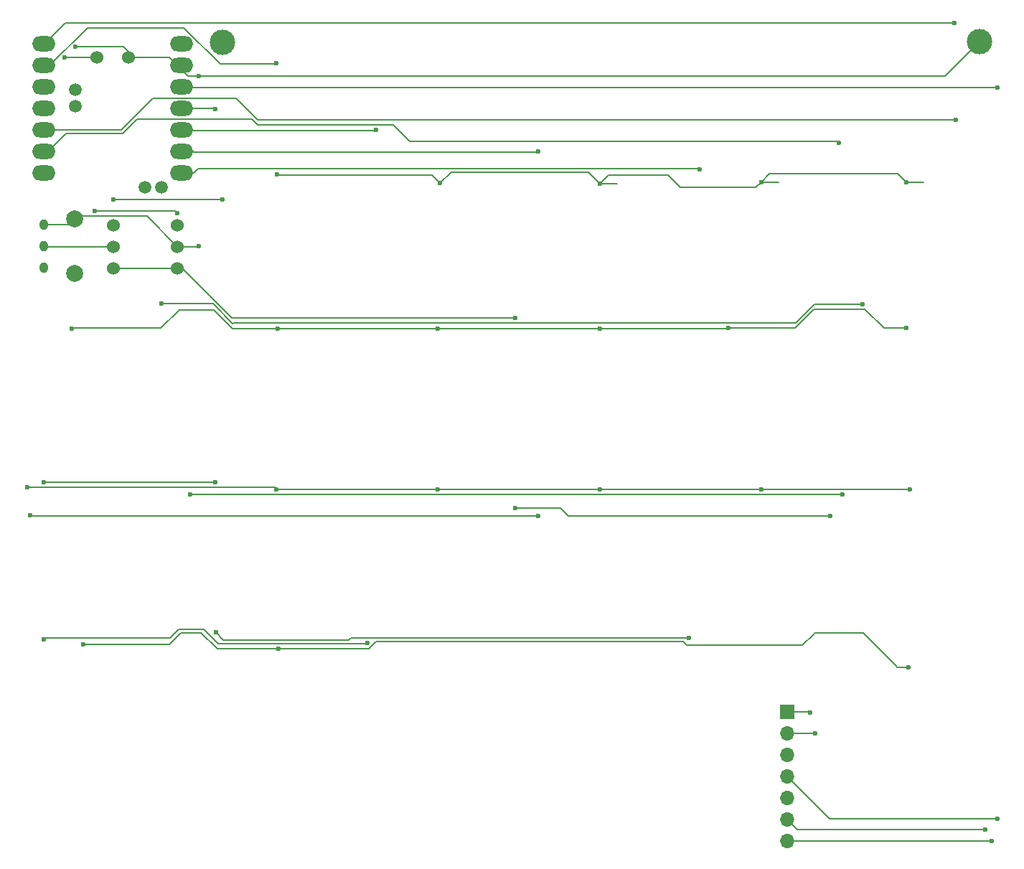
<source format=gbr>
%TF.GenerationSoftware,KiCad,Pcbnew,8.0.7*%
%TF.CreationDate,2025-03-28T15:44:08+09:00*%
%TF.ProjectId,cool642tb_R_with_tb_v130,636f6f6c-3634-4327-9462-5f525f776974,rev?*%
%TF.SameCoordinates,Original*%
%TF.FileFunction,Copper,L1,Top*%
%TF.FilePolarity,Positive*%
%FSLAX46Y46*%
G04 Gerber Fmt 4.6, Leading zero omitted, Abs format (unit mm)*
G04 Created by KiCad (PCBNEW 8.0.7) date 2025-03-28 15:44:08*
%MOMM*%
%LPD*%
G01*
G04 APERTURE LIST*
%TA.AperFunction,ComponentPad*%
%ADD10O,1.000000X1.300000*%
%TD*%
%TA.AperFunction,ComponentPad*%
%ADD11C,1.524000*%
%TD*%
%TA.AperFunction,ComponentPad*%
%ADD12O,2.750000X1.800000*%
%TD*%
%TA.AperFunction,ComponentPad*%
%ADD13C,1.500000*%
%TD*%
%TA.AperFunction,ComponentPad*%
%ADD14R,1.700000X1.700000*%
%TD*%
%TA.AperFunction,ComponentPad*%
%ADD15O,1.700000X1.700000*%
%TD*%
%TA.AperFunction,ComponentPad*%
%ADD16C,3.000000*%
%TD*%
%TA.AperFunction,ComponentPad*%
%ADD17C,2.000000*%
%TD*%
%TA.AperFunction,ViaPad*%
%ADD18C,0.600000*%
%TD*%
%TA.AperFunction,Conductor*%
%ADD19C,0.200000*%
%TD*%
G04 APERTURE END LIST*
D10*
%TO.P,SW21,1,A*%
%TO.N,unconnected-(SW21-A-Pad1)*%
X-27100000Y-1890000D03*
%TO.P,SW21,2,B*%
%TO.N,Net-(SW21-B)*%
X-27100000Y610000D03*
%TO.P,SW21,3,C*%
%TO.N,GND*%
X-27100000Y3110000D03*
%TD*%
D11*
%TO.P,U4,1,IN*%
%TO.N,Net-(BT1-+)*%
X-18960000Y3060000D03*
%TO.P,U4,2,EN*%
%TO.N,Net-(SW21-B)*%
X-18960000Y520000D03*
%TO.P,U4,3,GND*%
%TO.N,GND*%
X-18960000Y-2020000D03*
%TO.P,U4,4,OUT*%
%TO.N,Bat*%
X-11350000Y3080000D03*
%TO.P,U4,5,GND*%
%TO.N,GND*%
X-11350000Y520000D03*
X-11350000Y-2020000D03*
%TD*%
D12*
%TO.P,U1,1,P0.02_A0_D0*%
%TO.N,MOTION*%
X-27110000Y24450000D03*
%TO.P,U1,2,P0.03_A1_D1*%
%TO.N,Row0*%
X-27110000Y21910000D03*
%TO.P,U1,3,P0.28_A2_D2*%
%TO.N,Row1*%
X-27110000Y19370000D03*
%TO.P,U1,4,P0.29_A3_D3*%
%TO.N,Row2*%
X-27110000Y16830000D03*
%TO.P,U1,5,P0.04_A4_D4_SDA*%
%TO.N,SDIO*%
X-27110000Y14290000D03*
%TO.P,U1,6,P0.05_A5_D5_SCL*%
%TO.N,SCLK*%
X-27110000Y11750000D03*
%TO.P,U1,7,P1.11_D6_TX*%
%TO.N,Row3*%
X-27110000Y9210000D03*
%TO.P,U1,8,P1.12_D7_RX*%
%TO.N,Col3*%
X-10870000Y9210000D03*
%TO.P,U1,9,P1.13_D8_SCK*%
%TO.N,Col2*%
X-10870000Y11750000D03*
%TO.P,U1,10,P1.14_D9_MISO*%
%TO.N,Col1*%
X-10870000Y14290000D03*
%TO.P,U1,11,P1.15_D10_MOSI*%
%TO.N,Col0*%
X-10870000Y16830000D03*
%TO.P,U1,12,3V3*%
%TO.N,3.3V*%
X-10870000Y19370000D03*
%TO.P,U1,13,GND*%
%TO.N,GND*%
X-10870000Y21910000D03*
%TO.P,U1,14,5V*%
%TO.N,VCC*%
X-10870000Y24450000D03*
D13*
%TO.P,U1,15,NFC1_0.09*%
%TO.N,CS*%
X-15154600Y7518000D03*
%TO.P,U1,16,NFC2_0.10*%
%TO.N,Col4*%
X-13275000Y7518000D03*
%TO.P,U1,20,BATT+*%
%TO.N,Bat*%
X-23435000Y17147000D03*
%TO.P,U1,21,BATT-*%
%TO.N,GND*%
X-23435000Y19052000D03*
D11*
%TO.P,U1,22,RST*%
%TO.N,reset*%
X-20870000Y22900000D03*
%TO.P,U1,23,GND*%
%TO.N,GND*%
X-17150000Y22840000D03*
%TD*%
D14*
%TO.P,J1,1,SCLK*%
%TO.N,SCLK*%
X60590000Y-54350000D03*
D15*
%TO.P,J1,2,nCS*%
%TO.N,CS*%
X60590000Y-56890000D03*
%TO.P,J1,3,GND*%
%TO.N,GND*%
X60590000Y-59430000D03*
%TO.P,J1,4,Vin*%
%TO.N,3.3V*%
X60590000Y-61970000D03*
%TO.P,J1,5,nc*%
%TO.N,unconnected-(J1-nc-Pad5)*%
X60590000Y-64510000D03*
%TO.P,J1,6,SDIO*%
%TO.N,SDIO*%
X60590000Y-67050000D03*
%TO.P,J1,7,MOTION*%
%TO.N,MOTION*%
X60590000Y-69590000D03*
%TD*%
D16*
%TO.P,BT1,1,+*%
%TO.N,Net-(BT1-+)*%
X-6020000Y24670000D03*
%TO.P,BT1,2,-*%
%TO.N,GND*%
X83250000Y24710000D03*
%TD*%
D17*
%TO.P,SW22,1,1*%
%TO.N,reset*%
X-23470000Y-2640000D03*
%TO.P,SW22,2,2*%
%TO.N,GND*%
X-23470000Y3860000D03*
%TD*%
D18*
%TO.N,Bat*%
X-21100000Y4770000D03*
X-11350000Y4510000D03*
%TO.N,Row0*%
X38490000Y8000000D03*
X350000Y9090000D03*
X340000Y22200000D03*
X19600000Y8040000D03*
X57500000Y8140000D03*
X74630000Y8180000D03*
%TO.N,Row1*%
X53670000Y-9040000D03*
X510000Y-9100000D03*
X38450000Y-9100000D03*
X-23850735Y-9100735D03*
X19340000Y-9100000D03*
X74640000Y-9080000D03*
%TO.N,Row2*%
X340000Y-28070000D03*
X75040000Y-28070000D03*
X38470000Y-28070000D03*
X19360000Y-28070000D03*
X57530000Y-28070000D03*
X-29120000Y-27840000D03*
%TO.N,Row3*%
X560000Y-46930000D03*
X74900000Y-49060000D03*
X-22450000Y-46340000D03*
%TO.N,GND*%
X65680000Y-31230000D03*
X-8870000Y620000D03*
X28480000Y-7840000D03*
X28470000Y-30300000D03*
X-8850000Y20640000D03*
X-23390000Y24120000D03*
%TO.N,CS*%
X63910000Y-56860000D03*
X67120000Y-28720000D03*
X-9850000Y-28700000D03*
%TO.N,SCLK*%
X66690000Y12840000D03*
X63310000Y-54390000D03*
%TO.N,MOTION*%
X84690000Y-69590000D03*
X80300000Y26940000D03*
%TO.N,3.3V*%
X85370000Y-66960000D03*
X85350000Y19300000D03*
%TO.N,SDIO*%
X80500000Y15480000D03*
X83920000Y-68240000D03*
%TO.N,Col0*%
X-27130000Y-27240000D03*
X-6880000Y16760000D03*
X-6900000Y-27240000D03*
%TO.N,Col1*%
X12090000Y14290000D03*
X-27100000Y-45810000D03*
X11050000Y-46230000D03*
%TO.N,Col2*%
X-28700000Y-31100000D03*
X31210000Y11780000D03*
X31200000Y-31240000D03*
%TO.N,Col3*%
X-6850000Y-44940000D03*
X50220000Y9660000D03*
X49020000Y-45640000D03*
%TO.N,Col4*%
X-13270000Y-6160000D03*
X69430000Y-6240000D03*
%TO.N,Net-(BT1-+)*%
X-6090000Y6090000D03*
X-18910000Y6080000D03*
%TO.N,reset*%
X-24640000Y22870000D03*
%TD*%
D19*
%TO.N,Bat*%
X-11350000Y4510000D02*
X-11610000Y4770000D01*
X-11610000Y4770000D02*
X-21100000Y4770000D01*
%TO.N,Row0*%
X20920000Y9360000D02*
X19600000Y8040000D01*
X-22000000Y26370000D02*
X-10617944Y26370000D01*
X-26610000Y21910000D02*
X-26460000Y21910000D01*
X73660000Y9138500D02*
X58498500Y9138500D01*
X48002093Y7520000D02*
X46523593Y8998500D01*
X74618500Y8180000D02*
X73660000Y9138500D01*
X-6337944Y22090000D02*
X230000Y22090000D01*
X74630000Y8180000D02*
X76665000Y8180000D01*
X230000Y22090000D02*
X340000Y22200000D01*
X39488500Y8998500D02*
X38490000Y8000000D01*
X37130000Y9360000D02*
X20920000Y9360000D01*
X57500000Y8140000D02*
X59535000Y8140000D01*
X38490000Y8000000D02*
X40525000Y8000000D01*
X56880000Y7520000D02*
X48002093Y7520000D01*
X440000Y9000000D02*
X350000Y9090000D01*
X18640000Y9000000D02*
X440000Y9000000D01*
X-10617944Y26370000D02*
X-6337944Y22090000D01*
X-26610000Y21910000D02*
X-26610000Y22400000D01*
X-26460000Y21910000D02*
X-22000000Y26370000D01*
X57500000Y8140000D02*
X56880000Y7520000D01*
X46523593Y8998500D02*
X39488500Y8998500D01*
X38490000Y8000000D02*
X37130000Y9360000D01*
X74630000Y8180000D02*
X74618500Y8180000D01*
X19600000Y8040000D02*
X18640000Y9000000D01*
X58498500Y9138500D02*
X57500000Y8140000D01*
%TO.N,Row1*%
X-13297679Y-9070000D02*
X-11150000Y-6922321D01*
X-23820000Y-9070000D02*
X-23850735Y-9100735D01*
X-7070000Y-6922321D02*
X-4892321Y-9100000D01*
X19340000Y-9100000D02*
X38450000Y-9100000D01*
X-4892321Y-9100000D02*
X510000Y-9100000D01*
X-26610000Y19370000D02*
X-26610000Y19860000D01*
X69760000Y-6862321D02*
X63710000Y-6862321D01*
X-20270000Y-9070000D02*
X-23820000Y-9070000D01*
X510000Y-9100000D02*
X19340000Y-9100000D01*
X-20270000Y-9070000D02*
X-13297679Y-9070000D01*
X61532321Y-9040000D02*
X63710000Y-6862321D01*
X71977679Y-9080000D02*
X69760000Y-6862321D01*
X-11150000Y-6922321D02*
X-7070000Y-6922321D01*
X74640000Y-9080000D02*
X71977679Y-9080000D01*
X53670000Y-9040000D02*
X61532321Y-9040000D01*
X-27120000Y19350000D02*
X-26388000Y20082000D01*
X53610000Y-9100000D02*
X53670000Y-9040000D01*
X-26610000Y19860000D02*
X-26388000Y20082000D01*
X38450000Y-9100000D02*
X53610000Y-9100000D01*
%TO.N,Row2*%
X38470000Y-28070000D02*
X57530000Y-28070000D01*
X-29120000Y-27840000D02*
X110000Y-27840000D01*
X19360000Y-28070000D02*
X38470000Y-28070000D01*
X57530000Y-28070000D02*
X75040000Y-28070000D01*
X110000Y-27840000D02*
X340000Y-28070000D01*
X340000Y-28070000D02*
X19360000Y-28070000D01*
%TO.N,Row3*%
X11198529Y-46930000D02*
X12088529Y-46040000D01*
X560000Y-46930000D02*
X-6644004Y-46930000D01*
X48300000Y-46040000D02*
X48738529Y-46478529D01*
X73468839Y-48951161D02*
X73577678Y-49060000D01*
X-8581683Y-44992321D02*
X-11002321Y-44992321D01*
X62383793Y-46478529D02*
X63676161Y-45186161D01*
X73577678Y-49060000D02*
X74900000Y-49060000D01*
X-11002321Y-44992321D02*
X-12350000Y-46340000D01*
X12088529Y-46040000D02*
X48300000Y-46040000D01*
X63800000Y-45062321D02*
X69580000Y-45062321D01*
X48738529Y-46478529D02*
X62383793Y-46478529D01*
X-12350000Y-46340000D02*
X-22450000Y-46340000D01*
X69580000Y-45062321D02*
X73468839Y-48951161D01*
X63676161Y-45186161D02*
X63800000Y-45062321D01*
X560000Y-46930000D02*
X11198529Y-46930000D01*
X-6644004Y-46930000D02*
X-8581683Y-44992321D01*
%TO.N,GND*%
X65680000Y-31230000D02*
X34770000Y-31230000D01*
X-23200000Y4130000D02*
X-23470000Y3860000D01*
X33840000Y-30300000D02*
X28470000Y-30300000D01*
X83250000Y24710000D02*
X79180000Y20640000D01*
X-8970000Y520000D02*
X-8870000Y620000D01*
X-4944314Y-7840000D02*
X28480000Y-7840000D01*
X-27100000Y3110000D02*
X-24220000Y3110000D01*
X-17088545Y22901455D02*
X-17150000Y22840000D01*
X-14960000Y4130000D02*
X-23200000Y4130000D01*
X-24220000Y3110000D02*
X-23470000Y3860000D01*
X34770000Y-31230000D02*
X33840000Y-30300000D01*
X-11350000Y-2020000D02*
X-10764314Y-2020000D01*
X-17774509Y24120000D02*
X-17088545Y23434036D01*
X-11350000Y520000D02*
X-14960000Y4130000D01*
X-23390000Y24120000D02*
X-17774509Y24120000D01*
X-12300000Y22840000D02*
X-17150000Y22840000D01*
X-10764314Y-2020000D02*
X-4944314Y-7840000D01*
X-17088545Y23434036D02*
X-17088545Y22901455D01*
X-11370000Y21910000D02*
X-12300000Y22840000D01*
X79180000Y20640000D02*
X-8850000Y20640000D01*
X-10100000Y20640000D02*
X-11370000Y21910000D01*
X-11350000Y-2020000D02*
X-18960000Y-2020000D01*
X-11350000Y520000D02*
X-8970000Y520000D01*
X-8850000Y20640000D02*
X-10100000Y20640000D01*
%TO.N,CS*%
X-9850000Y-28700000D02*
X65680000Y-28700000D01*
X63910000Y-56860000D02*
X63580000Y-56860000D01*
X67120000Y-28720000D02*
X65700000Y-28720000D01*
X65700000Y-28720000D02*
X65680000Y-28700000D01*
X63580000Y-56860000D02*
X63550000Y-56890000D01*
X63550000Y-56890000D02*
X60590000Y-56890000D01*
%TO.N,SCLK*%
X14110000Y14890000D02*
X16070000Y12930000D01*
X-2575686Y15600000D02*
X-1865686Y14890000D01*
X66600000Y12930000D02*
X66690000Y12840000D01*
X16070000Y12930000D02*
X66600000Y12930000D01*
X63270000Y-54350000D02*
X60590000Y-54350000D01*
X-26610000Y11750000D02*
X-24470000Y13890000D01*
X63310000Y-54390000D02*
X63270000Y-54350000D01*
X-24470000Y13890000D02*
X-17844314Y13890000D01*
X-17844314Y13890000D02*
X-16134314Y15600000D01*
X-1865686Y14890000D02*
X14110000Y14890000D01*
X-16134314Y15600000D02*
X-2575686Y15600000D01*
%TO.N,MOTION*%
X84690000Y-69590000D02*
X60590000Y-69590000D01*
X-27120000Y24430000D02*
X-24610000Y26940000D01*
X-24610000Y26940000D02*
X80300000Y26940000D01*
%TO.N,3.3V*%
X85370000Y-66960000D02*
X65580000Y-66960000D01*
X-11350000Y19350000D02*
X-9540000Y19350000D01*
X-9540000Y19350000D02*
X85300000Y19350000D01*
X85300000Y19350000D02*
X85350000Y19300000D01*
X65580000Y-66960000D02*
X60590000Y-61970000D01*
X-11370000Y19370000D02*
X-11350000Y19350000D01*
%TO.N,SDIO*%
X61780000Y-68240000D02*
X60590000Y-67050000D01*
X-18010000Y14290000D02*
X-14270000Y18030000D01*
X-4440000Y18030000D02*
X-1880000Y15470000D01*
X-1880000Y15470000D02*
X80490000Y15470000D01*
X83920000Y-68240000D02*
X61780000Y-68240000D01*
X-26610000Y14290000D02*
X-18010000Y14290000D01*
X-14270000Y18030000D02*
X-4440000Y18030000D01*
X80490000Y15470000D02*
X80500000Y15480000D01*
%TO.N,Col0*%
X-6950000Y16830000D02*
X-6880000Y16760000D01*
X-27130000Y-27240000D02*
X-6900000Y-27240000D01*
X-6930000Y16810000D02*
X-6880000Y16760000D01*
X-11370000Y16830000D02*
X-6950000Y16830000D01*
%TO.N,Col1*%
X-8237679Y-44592321D02*
X-11202321Y-44592321D01*
X-9500000Y14270000D02*
X12070000Y14270000D01*
X-11202321Y-44592321D02*
X-12210000Y-45600000D01*
X-12210000Y-45600000D02*
X-26890000Y-45600000D01*
X12070000Y14270000D02*
X12090000Y14290000D01*
X11020000Y-46260000D02*
X-6570000Y-46260000D01*
X-26890000Y-45600000D02*
X-27100000Y-45810000D01*
X11050000Y-46230000D02*
X11020000Y-46260000D01*
X-9520000Y14290000D02*
X-9500000Y14270000D01*
X-11370000Y14290000D02*
X-9520000Y14290000D01*
X-6570000Y-46260000D02*
X-8237679Y-44592321D01*
%TO.N,Col2*%
X-28560000Y-31240000D02*
X-28700000Y-31100000D01*
X-11370000Y11750000D02*
X-9490000Y11750000D01*
X31200000Y-31240000D02*
X-28560000Y-31240000D01*
X31160000Y11730000D02*
X31210000Y11780000D01*
X-9470000Y11730000D02*
X31160000Y11730000D01*
X-9490000Y11750000D02*
X-9470000Y11730000D01*
%TO.N,Col3*%
X-11560000Y9510000D02*
X-11310000Y9760000D01*
X11990000Y-45640000D02*
X49020000Y-45640000D01*
X50120000Y9760000D02*
X50220000Y9660000D01*
X-8920000Y9760000D02*
X50120000Y9760000D01*
X9070000Y-45630000D02*
X11980000Y-45630000D01*
X8840000Y-45860000D02*
X9070000Y-45630000D01*
X-11370000Y9210000D02*
X-9470000Y9210000D01*
X-6850000Y-44940000D02*
X-5930000Y-45860000D01*
X11980000Y-45630000D02*
X11990000Y-45640000D01*
X-11880000Y9190000D02*
X-11560000Y9510000D01*
X-9470000Y9210000D02*
X-8920000Y9760000D01*
X-5930000Y-45860000D02*
X8840000Y-45860000D01*
%TO.N,Col4*%
X63766635Y-6240000D02*
X69430000Y-6240000D01*
X-4850000Y-8500000D02*
X-4790000Y-8440000D01*
X-7190000Y-6160000D02*
X-4850000Y-8500000D01*
X-4790000Y-8440000D02*
X61566635Y-8440000D01*
X-13270000Y-6160000D02*
X-7190000Y-6160000D01*
X61566635Y-8440000D02*
X63766635Y-6240000D01*
%TO.N,Net-(BT1-+)*%
X-18910000Y6080000D02*
X-6100000Y6080000D01*
X-6100000Y6080000D02*
X-6090000Y6090000D01*
%TO.N,Net-(SW21-B)*%
X-18960000Y520000D02*
X-27010000Y520000D01*
X-27010000Y520000D02*
X-27100000Y610000D01*
%TO.N,reset*%
X-24300000Y22900000D02*
X-20870000Y22900000D01*
X-24640000Y22870000D02*
X-24330000Y22870000D01*
X-24330000Y22870000D02*
X-24300000Y22900000D01*
%TD*%
M02*

</source>
